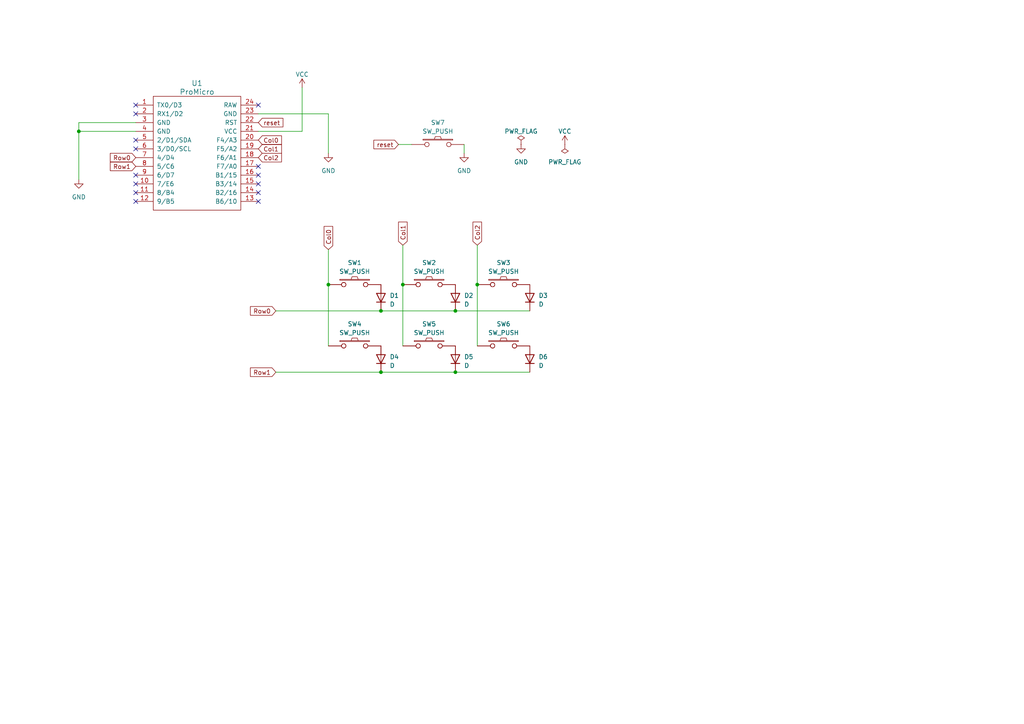
<source format=kicad_sch>
(kicad_sch (version 20230121) (generator eeschema)

  (uuid f18190d7-7d66-4b34-b971-445b06de60d1)

  (paper "A4")

  (lib_symbols
    (symbol "Device:D" (pin_numbers hide) (pin_names (offset 1.016) hide) (in_bom yes) (on_board yes)
      (property "Reference" "D" (at 0 2.54 0)
        (effects (font (size 1.27 1.27)))
      )
      (property "Value" "D" (at 0 -2.54 0)
        (effects (font (size 1.27 1.27)))
      )
      (property "Footprint" "" (at 0 0 0)
        (effects (font (size 1.27 1.27)) hide)
      )
      (property "Datasheet" "~" (at 0 0 0)
        (effects (font (size 1.27 1.27)) hide)
      )
      (property "Sim.Device" "D" (at 0 0 0)
        (effects (font (size 1.27 1.27)) hide)
      )
      (property "Sim.Pins" "1=K 2=A" (at 0 0 0)
        (effects (font (size 1.27 1.27)) hide)
      )
      (property "ki_keywords" "diode" (at 0 0 0)
        (effects (font (size 1.27 1.27)) hide)
      )
      (property "ki_description" "Diode" (at 0 0 0)
        (effects (font (size 1.27 1.27)) hide)
      )
      (property "ki_fp_filters" "TO-???* *_Diode_* *SingleDiode* D_*" (at 0 0 0)
        (effects (font (size 1.27 1.27)) hide)
      )
      (symbol "D_0_1"
        (polyline
          (pts
            (xy -1.27 1.27)
            (xy -1.27 -1.27)
          )
          (stroke (width 0.254) (type default))
          (fill (type none))
        )
        (polyline
          (pts
            (xy 1.27 0)
            (xy -1.27 0)
          )
          (stroke (width 0) (type default))
          (fill (type none))
        )
        (polyline
          (pts
            (xy 1.27 1.27)
            (xy 1.27 -1.27)
            (xy -1.27 0)
            (xy 1.27 1.27)
          )
          (stroke (width 0.254) (type default))
          (fill (type none))
        )
      )
      (symbol "D_1_1"
        (pin passive line (at -3.81 0 0) (length 2.54)
          (name "K" (effects (font (size 1.27 1.27))))
          (number "1" (effects (font (size 1.27 1.27))))
        )
        (pin passive line (at 3.81 0 180) (length 2.54)
          (name "A" (effects (font (size 1.27 1.27))))
          (number "2" (effects (font (size 1.27 1.27))))
        )
      )
    )
    (symbol "kbd:ProMicro" (pin_names (offset 1.016)) (in_bom yes) (on_board yes)
      (property "Reference" "U" (at 0 19.05 0)
        (effects (font (size 1.524 1.524)))
      )
      (property "Value" "ProMicro" (at 0 -19.05 0)
        (effects (font (size 1.524 1.524)))
      )
      (property "Footprint" "" (at 2.54 -26.67 0)
        (effects (font (size 1.524 1.524)))
      )
      (property "Datasheet" "" (at 2.54 -26.67 0)
        (effects (font (size 1.524 1.524)))
      )
      (symbol "ProMicro_0_1"
        (rectangle (start -12.7 16.51) (end 12.7 -16.51)
          (stroke (width 0) (type solid))
          (fill (type none))
        )
      )
      (symbol "ProMicro_1_1"
        (pin bidirectional line (at -17.78 13.97 0) (length 5.08)
          (name "TX0/D3" (effects (font (size 1.27 1.27))))
          (number "1" (effects (font (size 1.27 1.27))))
        )
        (pin bidirectional line (at -17.78 -8.89 0) (length 5.08)
          (name "7/E6" (effects (font (size 1.27 1.27))))
          (number "10" (effects (font (size 1.27 1.27))))
        )
        (pin bidirectional line (at -17.78 -11.43 0) (length 5.08)
          (name "8/B4" (effects (font (size 1.27 1.27))))
          (number "11" (effects (font (size 1.27 1.27))))
        )
        (pin bidirectional line (at -17.78 -13.97 0) (length 5.08)
          (name "9/B5" (effects (font (size 1.27 1.27))))
          (number "12" (effects (font (size 1.27 1.27))))
        )
        (pin bidirectional line (at 17.78 -13.97 180) (length 5.08)
          (name "B6/10" (effects (font (size 1.27 1.27))))
          (number "13" (effects (font (size 1.27 1.27))))
        )
        (pin bidirectional line (at 17.78 -11.43 180) (length 5.08)
          (name "B2/16" (effects (font (size 1.27 1.27))))
          (number "14" (effects (font (size 1.27 1.27))))
        )
        (pin bidirectional line (at 17.78 -8.89 180) (length 5.08)
          (name "B3/14" (effects (font (size 1.27 1.27))))
          (number "15" (effects (font (size 1.27 1.27))))
        )
        (pin bidirectional line (at 17.78 -6.35 180) (length 5.08)
          (name "B1/15" (effects (font (size 1.27 1.27))))
          (number "16" (effects (font (size 1.27 1.27))))
        )
        (pin bidirectional line (at 17.78 -3.81 180) (length 5.08)
          (name "F7/A0" (effects (font (size 1.27 1.27))))
          (number "17" (effects (font (size 1.27 1.27))))
        )
        (pin bidirectional line (at 17.78 -1.27 180) (length 5.08)
          (name "F6/A1" (effects (font (size 1.27 1.27))))
          (number "18" (effects (font (size 1.27 1.27))))
        )
        (pin bidirectional line (at 17.78 1.27 180) (length 5.08)
          (name "F5/A2" (effects (font (size 1.27 1.27))))
          (number "19" (effects (font (size 1.27 1.27))))
        )
        (pin bidirectional line (at -17.78 11.43 0) (length 5.08)
          (name "RX1/D2" (effects (font (size 1.27 1.27))))
          (number "2" (effects (font (size 1.27 1.27))))
        )
        (pin bidirectional line (at 17.78 3.81 180) (length 5.08)
          (name "F4/A3" (effects (font (size 1.27 1.27))))
          (number "20" (effects (font (size 1.27 1.27))))
        )
        (pin power_in line (at 17.78 6.35 180) (length 5.08)
          (name "VCC" (effects (font (size 1.27 1.27))))
          (number "21" (effects (font (size 1.27 1.27))))
        )
        (pin input line (at 17.78 8.89 180) (length 5.08)
          (name "RST" (effects (font (size 1.27 1.27))))
          (number "22" (effects (font (size 1.27 1.27))))
        )
        (pin power_in line (at 17.78 11.43 180) (length 5.08)
          (name "GND" (effects (font (size 1.27 1.27))))
          (number "23" (effects (font (size 1.27 1.27))))
        )
        (pin power_out line (at 17.78 13.97 180) (length 5.08)
          (name "RAW" (effects (font (size 1.27 1.27))))
          (number "24" (effects (font (size 1.27 1.27))))
        )
        (pin power_in line (at -17.78 8.89 0) (length 5.08)
          (name "GND" (effects (font (size 1.27 1.27))))
          (number "3" (effects (font (size 1.27 1.27))))
        )
        (pin power_in line (at -17.78 6.35 0) (length 5.08)
          (name "GND" (effects (font (size 1.27 1.27))))
          (number "4" (effects (font (size 1.27 1.27))))
        )
        (pin bidirectional line (at -17.78 3.81 0) (length 5.08)
          (name "2/D1/SDA" (effects (font (size 1.27 1.27))))
          (number "5" (effects (font (size 1.27 1.27))))
        )
        (pin bidirectional line (at -17.78 1.27 0) (length 5.08)
          (name "3/D0/SCL" (effects (font (size 1.27 1.27))))
          (number "6" (effects (font (size 1.27 1.27))))
        )
        (pin bidirectional line (at -17.78 -1.27 0) (length 5.08)
          (name "4/D4" (effects (font (size 1.27 1.27))))
          (number "7" (effects (font (size 1.27 1.27))))
        )
        (pin bidirectional line (at -17.78 -3.81 0) (length 5.08)
          (name "5/C6" (effects (font (size 1.27 1.27))))
          (number "8" (effects (font (size 1.27 1.27))))
        )
        (pin bidirectional line (at -17.78 -6.35 0) (length 5.08)
          (name "6/D7" (effects (font (size 1.27 1.27))))
          (number "9" (effects (font (size 1.27 1.27))))
        )
      )
    )
    (symbol "kbd:SW_PUSH" (pin_numbers hide) (pin_names (offset 1.016) hide) (in_bom yes) (on_board yes)
      (property "Reference" "SW" (at 3.81 2.794 0)
        (effects (font (size 1.27 1.27)))
      )
      (property "Value" "SW_PUSH" (at 0 -2.032 0)
        (effects (font (size 1.27 1.27)))
      )
      (property "Footprint" "" (at 0 0 0)
        (effects (font (size 1.27 1.27)))
      )
      (property "Datasheet" "" (at 0 0 0)
        (effects (font (size 1.27 1.27)))
      )
      (symbol "SW_PUSH_0_1"
        (rectangle (start -4.318 1.27) (end 4.318 1.524)
          (stroke (width 0) (type solid))
          (fill (type none))
        )
        (polyline
          (pts
            (xy -1.016 1.524)
            (xy -0.762 2.286)
            (xy 0.762 2.286)
            (xy 1.016 1.524)
          )
          (stroke (width 0) (type solid))
          (fill (type none))
        )
        (pin passive inverted (at -7.62 0 0) (length 5.08)
          (name "1" (effects (font (size 1.27 1.27))))
          (number "1" (effects (font (size 1.27 1.27))))
        )
        (pin passive inverted (at 7.62 0 180) (length 5.08)
          (name "2" (effects (font (size 1.27 1.27))))
          (number "2" (effects (font (size 1.27 1.27))))
        )
      )
    )
    (symbol "power:GND" (power) (pin_names (offset 0)) (in_bom yes) (on_board yes)
      (property "Reference" "#PWR" (at 0 -6.35 0)
        (effects (font (size 1.27 1.27)) hide)
      )
      (property "Value" "GND" (at 0 -3.81 0)
        (effects (font (size 1.27 1.27)))
      )
      (property "Footprint" "" (at 0 0 0)
        (effects (font (size 1.27 1.27)) hide)
      )
      (property "Datasheet" "" (at 0 0 0)
        (effects (font (size 1.27 1.27)) hide)
      )
      (property "ki_keywords" "global power" (at 0 0 0)
        (effects (font (size 1.27 1.27)) hide)
      )
      (property "ki_description" "Power symbol creates a global label with name \"GND\" , ground" (at 0 0 0)
        (effects (font (size 1.27 1.27)) hide)
      )
      (symbol "GND_0_1"
        (polyline
          (pts
            (xy 0 0)
            (xy 0 -1.27)
            (xy 1.27 -1.27)
            (xy 0 -2.54)
            (xy -1.27 -1.27)
            (xy 0 -1.27)
          )
          (stroke (width 0) (type default))
          (fill (type none))
        )
      )
      (symbol "GND_1_1"
        (pin power_in line (at 0 0 270) (length 0) hide
          (name "GND" (effects (font (size 1.27 1.27))))
          (number "1" (effects (font (size 1.27 1.27))))
        )
      )
    )
    (symbol "power:PWR_FLAG" (power) (pin_numbers hide) (pin_names (offset 0) hide) (in_bom yes) (on_board yes)
      (property "Reference" "#FLG" (at 0 1.905 0)
        (effects (font (size 1.27 1.27)) hide)
      )
      (property "Value" "PWR_FLAG" (at 0 3.81 0)
        (effects (font (size 1.27 1.27)))
      )
      (property "Footprint" "" (at 0 0 0)
        (effects (font (size 1.27 1.27)) hide)
      )
      (property "Datasheet" "~" (at 0 0 0)
        (effects (font (size 1.27 1.27)) hide)
      )
      (property "ki_keywords" "flag power" (at 0 0 0)
        (effects (font (size 1.27 1.27)) hide)
      )
      (property "ki_description" "Special symbol for telling ERC where power comes from" (at 0 0 0)
        (effects (font (size 1.27 1.27)) hide)
      )
      (symbol "PWR_FLAG_0_0"
        (pin power_out line (at 0 0 90) (length 0)
          (name "pwr" (effects (font (size 1.27 1.27))))
          (number "1" (effects (font (size 1.27 1.27))))
        )
      )
      (symbol "PWR_FLAG_0_1"
        (polyline
          (pts
            (xy 0 0)
            (xy 0 1.27)
            (xy -1.016 1.905)
            (xy 0 2.54)
            (xy 1.016 1.905)
            (xy 0 1.27)
          )
          (stroke (width 0) (type default))
          (fill (type none))
        )
      )
    )
    (symbol "power:VCC" (power) (pin_names (offset 0)) (in_bom yes) (on_board yes)
      (property "Reference" "#PWR" (at 0 -3.81 0)
        (effects (font (size 1.27 1.27)) hide)
      )
      (property "Value" "VCC" (at 0 3.81 0)
        (effects (font (size 1.27 1.27)))
      )
      (property "Footprint" "" (at 0 0 0)
        (effects (font (size 1.27 1.27)) hide)
      )
      (property "Datasheet" "" (at 0 0 0)
        (effects (font (size 1.27 1.27)) hide)
      )
      (property "ki_keywords" "global power" (at 0 0 0)
        (effects (font (size 1.27 1.27)) hide)
      )
      (property "ki_description" "Power symbol creates a global label with name \"VCC\"" (at 0 0 0)
        (effects (font (size 1.27 1.27)) hide)
      )
      (symbol "VCC_0_1"
        (polyline
          (pts
            (xy -0.762 1.27)
            (xy 0 2.54)
          )
          (stroke (width 0) (type default))
          (fill (type none))
        )
        (polyline
          (pts
            (xy 0 0)
            (xy 0 2.54)
          )
          (stroke (width 0) (type default))
          (fill (type none))
        )
        (polyline
          (pts
            (xy 0 2.54)
            (xy 0.762 1.27)
          )
          (stroke (width 0) (type default))
          (fill (type none))
        )
      )
      (symbol "VCC_1_1"
        (pin power_in line (at 0 0 90) (length 0) hide
          (name "VCC" (effects (font (size 1.27 1.27))))
          (number "1" (effects (font (size 1.27 1.27))))
        )
      )
    )
  )

  (junction (at 110.49 107.95) (diameter 0) (color 0 0 0 0)
    (uuid 65378bd6-da00-4314-bf30-1a59f5801d42)
  )
  (junction (at 138.43 82.55) (diameter 0) (color 0 0 0 0)
    (uuid 732b7724-3440-4f8f-b32d-c4f13b16e11b)
  )
  (junction (at 132.08 107.95) (diameter 0) (color 0 0 0 0)
    (uuid 7d36cc5a-ad62-4bd1-9a8b-9307161adcef)
  )
  (junction (at 95.25 82.55) (diameter 0) (color 0 0 0 0)
    (uuid 90522806-623e-4c53-a725-7e862239f7df)
  )
  (junction (at 116.84 82.55) (diameter 0) (color 0 0 0 0)
    (uuid ac0dff1e-5a34-427e-ac39-0d9b8112cd7f)
  )
  (junction (at 132.08 90.17) (diameter 0) (color 0 0 0 0)
    (uuid cc064c24-a046-4869-81e3-8bcb8e008966)
  )
  (junction (at 110.49 90.17) (diameter 0) (color 0 0 0 0)
    (uuid e072e8ea-43c5-4bda-83fd-5d8424fa129a)
  )
  (junction (at 22.86 38.1) (diameter 0) (color 0 0 0 0)
    (uuid f34ab1cd-09ab-47dc-a74f-555d0e51fc50)
  )

  (no_connect (at 74.93 55.88) (uuid 0bae240d-c6f3-44f5-86de-2d9e6e7a2e88))
  (no_connect (at 39.37 50.8) (uuid 0ed184fc-9037-4874-ba7a-7e29a798e24e))
  (no_connect (at 74.93 50.8) (uuid 1308f2d5-345a-4a73-835d-02e94da4c579))
  (no_connect (at 39.37 40.64) (uuid 345c0f75-d885-470f-9f65-0ca808b91a40))
  (no_connect (at 39.37 55.88) (uuid 423d2307-c7d5-4070-80c3-664748c0d63b))
  (no_connect (at 39.37 53.34) (uuid 6d19e7be-f3d1-4842-a933-31424cb2d1f5))
  (no_connect (at 74.93 48.26) (uuid 70f9475f-2b04-4925-98e9-44cc95a73797))
  (no_connect (at 39.37 43.18) (uuid 795d04ef-bc94-43d2-a695-97c49b6eed3c))
  (no_connect (at 39.37 30.48) (uuid 8f52b600-e9cb-47fd-9d44-a933d46a37f9))
  (no_connect (at 74.93 30.48) (uuid 920a1fc8-5890-455d-a3f8-8542ac0d899e))
  (no_connect (at 74.93 53.34) (uuid dadfc424-5915-4eb8-acc5-384e4fc30bc0))
  (no_connect (at 39.37 58.42) (uuid de06adb5-7bed-4938-8ba6-6543a81d06de))
  (no_connect (at 74.93 58.42) (uuid e99ee137-6be6-4922-8ee5-1653c23a4ed1))
  (no_connect (at 39.37 33.02) (uuid ff7edc5a-9f03-48c1-aab5-94053217be7b))

  (wire (pts (xy 115.57 41.91) (xy 119.38 41.91))
    (stroke (width 0) (type default))
    (uuid 10ef7e7e-ada7-40c0-82ca-aa99fd53fb89)
  )
  (wire (pts (xy 80.01 90.17) (xy 110.49 90.17))
    (stroke (width 0) (type default))
    (uuid 11dc2214-d831-4273-ad2e-5e9f398d8541)
  )
  (wire (pts (xy 80.01 107.95) (xy 110.49 107.95))
    (stroke (width 0) (type default))
    (uuid 1819cc7c-23a7-4343-9117-59c4d75f3434)
  )
  (wire (pts (xy 74.93 33.02) (xy 95.25 33.02))
    (stroke (width 0) (type default))
    (uuid 1c9080a8-cbc9-4dc9-92b7-17574f28d09a)
  )
  (wire (pts (xy 87.63 25.4) (xy 87.63 38.1))
    (stroke (width 0) (type default))
    (uuid 23dbca7d-3845-4b6b-a0de-6a63f7d5c8d8)
  )
  (wire (pts (xy 95.25 82.55) (xy 95.25 100.33))
    (stroke (width 0) (type default))
    (uuid 35a3c0cb-16fc-4e1b-8993-ee8fab1dc65d)
  )
  (wire (pts (xy 110.49 107.95) (xy 132.08 107.95))
    (stroke (width 0) (type default))
    (uuid 439ccd04-fd9e-4db2-a6c8-267564773570)
  )
  (wire (pts (xy 132.08 90.17) (xy 153.67 90.17))
    (stroke (width 0) (type default))
    (uuid 5072bbb8-7d0d-426d-95c7-e2f08037ba7a)
  )
  (wire (pts (xy 138.43 71.12) (xy 138.43 82.55))
    (stroke (width 0) (type default))
    (uuid 52903227-9fba-46d7-ba8f-7e46419c411f)
  )
  (wire (pts (xy 134.62 41.91) (xy 134.62 44.45))
    (stroke (width 0) (type default))
    (uuid 567531cb-2aee-4c9d-8221-75fef13ac6b8)
  )
  (wire (pts (xy 74.93 38.1) (xy 87.63 38.1))
    (stroke (width 0) (type default))
    (uuid 64ba9d6c-161b-47c0-aebe-6afa276f7f7a)
  )
  (wire (pts (xy 110.49 90.17) (xy 132.08 90.17))
    (stroke (width 0) (type default))
    (uuid 74be19a2-0dd8-46f1-9c05-717ab3af67db)
  )
  (wire (pts (xy 116.84 82.55) (xy 116.84 100.33))
    (stroke (width 0) (type default))
    (uuid 7a53bf2f-2136-4f7a-a6b0-269dcdc39eb2)
  )
  (wire (pts (xy 138.43 82.55) (xy 138.43 100.33))
    (stroke (width 0) (type default))
    (uuid 8a331721-955e-4f84-80ad-c0bebb3da24f)
  )
  (wire (pts (xy 39.37 35.56) (xy 22.86 35.56))
    (stroke (width 0) (type default))
    (uuid 99666848-9ddd-4083-b907-53456523b113)
  )
  (wire (pts (xy 22.86 38.1) (xy 39.37 38.1))
    (stroke (width 0) (type default))
    (uuid 9c2acb66-259d-4baf-8dc0-22ed892d1dae)
  )
  (wire (pts (xy 22.86 38.1) (xy 22.86 52.07))
    (stroke (width 0) (type default))
    (uuid aa2e3f93-74f7-4560-8cde-976979cc4a7c)
  )
  (wire (pts (xy 116.84 71.12) (xy 116.84 82.55))
    (stroke (width 0) (type default))
    (uuid aad31bed-02c8-4b9f-bb50-9d3d46982714)
  )
  (wire (pts (xy 95.25 33.02) (xy 95.25 44.45))
    (stroke (width 0) (type default))
    (uuid ad0a9ab9-41cc-4898-906d-e95fd94a9616)
  )
  (wire (pts (xy 132.08 107.95) (xy 153.67 107.95))
    (stroke (width 0) (type default))
    (uuid dcc652f2-10ba-4361-9035-b6dadc4e1d03)
  )
  (wire (pts (xy 22.86 35.56) (xy 22.86 38.1))
    (stroke (width 0) (type default))
    (uuid dfa57a97-1926-4edd-ace8-a33a70ff30f3)
  )
  (wire (pts (xy 95.25 72.39) (xy 95.25 82.55))
    (stroke (width 0) (type default))
    (uuid f4df25ce-00dd-4df5-8c5b-1e103a76d1ed)
  )

  (global_label "Col1" (shape input) (at 116.84 71.12 90) (fields_autoplaced)
    (effects (font (size 1.27 1.27)) (justify left))
    (uuid 04eeeda2-ad4c-4947-a7ad-6005dec70860)
    (property "Intersheetrefs" "${INTERSHEET_REFS}" (at 116.84 63.9205 90)
      (effects (font (size 1.27 1.27)) (justify left) hide)
    )
  )
  (global_label "Col2" (shape input) (at 138.43 71.12 90) (fields_autoplaced)
    (effects (font (size 1.27 1.27)) (justify left))
    (uuid 23058efe-b9b2-4148-bba1-c898db952d25)
    (property "Intersheetrefs" "${INTERSHEET_REFS}" (at 138.43 63.9205 90)
      (effects (font (size 1.27 1.27)) (justify left) hide)
    )
  )
  (global_label "Col2" (shape input) (at 74.93 45.72 0) (fields_autoplaced)
    (effects (font (size 1.27 1.27)) (justify left))
    (uuid 2dd87811-6339-4f53-8ecf-f2331383f853)
    (property "Intersheetrefs" "${INTERSHEET_REFS}" (at 82.1295 45.72 0)
      (effects (font (size 1.27 1.27)) (justify left) hide)
    )
  )
  (global_label "Col1" (shape input) (at 74.93 43.18 0) (fields_autoplaced)
    (effects (font (size 1.27 1.27)) (justify left))
    (uuid 3e12217a-1a26-47f7-86e3-859e06e47afb)
    (property "Intersheetrefs" "${INTERSHEET_REFS}" (at 82.1295 43.18 0)
      (effects (font (size 1.27 1.27)) (justify left) hide)
    )
  )
  (global_label "Row0" (shape input) (at 39.37 45.72 180) (fields_autoplaced)
    (effects (font (size 1.27 1.27)) (justify right))
    (uuid 53f63642-3200-47af-b3fe-56ec0bb49f46)
    (property "Intersheetrefs" "${INTERSHEET_REFS}" (at 31.5052 45.72 0)
      (effects (font (size 1.27 1.27)) (justify right) hide)
    )
  )
  (global_label "Row1" (shape input) (at 80.01 107.95 180) (fields_autoplaced)
    (effects (font (size 1.27 1.27)) (justify right))
    (uuid 546d888d-49fa-40a9-82ab-4922040a743b)
    (property "Intersheetrefs" "${INTERSHEET_REFS}" (at 72.1452 107.95 0)
      (effects (font (size 1.27 1.27)) (justify right) hide)
    )
  )
  (global_label "Row0" (shape input) (at 80.01 90.17 180) (fields_autoplaced)
    (effects (font (size 1.27 1.27)) (justify right))
    (uuid 570be662-a6a4-4a65-ba69-af0d4579e866)
    (property "Intersheetrefs" "${INTERSHEET_REFS}" (at 72.1452 90.17 0)
      (effects (font (size 1.27 1.27)) (justify right) hide)
    )
  )
  (global_label "Col0" (shape input) (at 95.25 72.39 90) (fields_autoplaced)
    (effects (font (size 1.27 1.27)) (justify left))
    (uuid 8438445d-fb37-4bfe-9c4e-b1a09f11c0c5)
    (property "Intersheetrefs" "${INTERSHEET_REFS}" (at 95.25 65.1905 90)
      (effects (font (size 1.27 1.27)) (justify left) hide)
    )
  )
  (global_label "Col0" (shape input) (at 74.93 40.64 0) (fields_autoplaced)
    (effects (font (size 1.27 1.27)) (justify left))
    (uuid 850b1cc6-b927-4715-84e4-e2c07cbe33d9)
    (property "Intersheetrefs" "${INTERSHEET_REFS}" (at 82.1295 40.64 0)
      (effects (font (size 1.27 1.27)) (justify left) hide)
    )
  )
  (global_label "reset" (shape input) (at 74.93 35.56 0) (fields_autoplaced)
    (effects (font (size 1.27 1.27)) (justify left))
    (uuid bfdc7da2-c228-4e08-bb61-75ee5144bd45)
    (property "Intersheetrefs" "${INTERSHEET_REFS}" (at 82.553 35.56 0)
      (effects (font (size 1.27 1.27)) (justify left) hide)
    )
  )
  (global_label "Row1" (shape input) (at 39.37 48.26 180) (fields_autoplaced)
    (effects (font (size 1.27 1.27)) (justify right))
    (uuid c893fba8-b814-4c65-894d-6af009a6c1ad)
    (property "Intersheetrefs" "${INTERSHEET_REFS}" (at 31.5052 48.26 0)
      (effects (font (size 1.27 1.27)) (justify right) hide)
    )
  )
  (global_label "reset" (shape input) (at 115.57 41.91 180) (fields_autoplaced)
    (effects (font (size 1.27 1.27)) (justify right))
    (uuid fe194d6f-f646-4571-b978-496884e51622)
    (property "Intersheetrefs" "${INTERSHEET_REFS}" (at 107.947 41.91 0)
      (effects (font (size 1.27 1.27)) (justify right) hide)
    )
  )

  (symbol (lib_id "Device:D") (at 110.49 86.36 90) (unit 1)
    (in_bom yes) (on_board yes) (dnp no) (fields_autoplaced)
    (uuid 0044438d-4b19-468a-8fbe-16508ab567ae)
    (property "Reference" "D1" (at 113.03 85.725 90)
      (effects (font (size 1.27 1.27)) (justify right))
    )
    (property "Value" "D" (at 113.03 88.265 90)
      (effects (font (size 1.27 1.27)) (justify right))
    )
    (property "Footprint" "kbd_Parts:Diode_TH_SMD" (at 110.49 86.36 0)
      (effects (font (size 1.27 1.27)) hide)
    )
    (property "Datasheet" "~" (at 110.49 86.36 0)
      (effects (font (size 1.27 1.27)) hide)
    )
    (property "Sim.Device" "D" (at 110.49 86.36 0)
      (effects (font (size 1.27 1.27)) hide)
    )
    (property "Sim.Pins" "1=K 2=A" (at 110.49 86.36 0)
      (effects (font (size 1.27 1.27)) hide)
    )
    (pin "1" (uuid c5ff8257-adfd-4614-80d4-0d23edba1e19))
    (pin "2" (uuid 4ffd2b8e-f2ec-46c5-aeff-2042a6515151))
    (instances
      (project "iso6"
        (path "/f18190d7-7d66-4b34-b971-445b06de60d1"
          (reference "D1") (unit 1)
        )
      )
    )
  )

  (symbol (lib_id "kbd:SW_PUSH") (at 124.46 82.55 0) (unit 1)
    (in_bom yes) (on_board yes) (dnp no) (fields_autoplaced)
    (uuid 1f83fe94-975f-44a8-ba41-144c0770ded9)
    (property "Reference" "SW2" (at 124.46 76.2 0)
      (effects (font (size 1.27 1.27)))
    )
    (property "Value" "SW_PUSH" (at 124.46 78.74 0)
      (effects (font (size 1.27 1.27)))
    )
    (property "Footprint" "kbd_SW:CherryMX_Solder_1u" (at 124.46 82.55 0)
      (effects (font (size 1.27 1.27)) hide)
    )
    (property "Datasheet" "" (at 124.46 82.55 0)
      (effects (font (size 1.27 1.27)))
    )
    (pin "1" (uuid 489c500a-d305-48db-bfd0-30c2f05f4cbf))
    (pin "2" (uuid 6fe9ba5b-83df-4ede-adc1-238c7ba65d58))
    (instances
      (project "iso6"
        (path "/f18190d7-7d66-4b34-b971-445b06de60d1"
          (reference "SW2") (unit 1)
        )
      )
    )
  )

  (symbol (lib_id "power:VCC") (at 87.63 25.4 0) (unit 1)
    (in_bom yes) (on_board yes) (dnp no) (fields_autoplaced)
    (uuid 24b111c5-50d8-49ea-be9c-fa6d8f0a72cc)
    (property "Reference" "#PWR03" (at 87.63 29.21 0)
      (effects (font (size 1.27 1.27)) hide)
    )
    (property "Value" "VCC" (at 87.63 21.59 0)
      (effects (font (size 1.27 1.27)))
    )
    (property "Footprint" "" (at 87.63 25.4 0)
      (effects (font (size 1.27 1.27)) hide)
    )
    (property "Datasheet" "" (at 87.63 25.4 0)
      (effects (font (size 1.27 1.27)) hide)
    )
    (pin "1" (uuid a6a7b045-43aa-44b1-a748-d7b5829e9164))
    (instances
      (project "iso6"
        (path "/f18190d7-7d66-4b34-b971-445b06de60d1"
          (reference "#PWR03") (unit 1)
        )
      )
    )
  )

  (symbol (lib_id "power:GND") (at 95.25 44.45 0) (unit 1)
    (in_bom yes) (on_board yes) (dnp no) (fields_autoplaced)
    (uuid 25085569-2939-4db9-8809-0f265d489a2b)
    (property "Reference" "#PWR02" (at 95.25 50.8 0)
      (effects (font (size 1.27 1.27)) hide)
    )
    (property "Value" "GND" (at 95.25 49.53 0)
      (effects (font (size 1.27 1.27)))
    )
    (property "Footprint" "" (at 95.25 44.45 0)
      (effects (font (size 1.27 1.27)) hide)
    )
    (property "Datasheet" "" (at 95.25 44.45 0)
      (effects (font (size 1.27 1.27)) hide)
    )
    (pin "1" (uuid 2229565b-f4d9-4290-93fa-2dfe864861f0))
    (instances
      (project "iso6"
        (path "/f18190d7-7d66-4b34-b971-445b06de60d1"
          (reference "#PWR02") (unit 1)
        )
      )
    )
  )

  (symbol (lib_id "kbd:SW_PUSH") (at 102.87 82.55 0) (unit 1)
    (in_bom yes) (on_board yes) (dnp no) (fields_autoplaced)
    (uuid 4018ecc6-7b76-41f0-bb19-3776ba5d56e6)
    (property "Reference" "SW1" (at 102.87 76.2 0)
      (effects (font (size 1.27 1.27)))
    )
    (property "Value" "SW_PUSH" (at 102.87 78.74 0)
      (effects (font (size 1.27 1.27)))
    )
    (property "Footprint" "kbd_SW:CherryMX_Solder_1u" (at 102.87 82.55 0)
      (effects (font (size 1.27 1.27)) hide)
    )
    (property "Datasheet" "" (at 102.87 82.55 0)
      (effects (font (size 1.27 1.27)))
    )
    (pin "1" (uuid de537355-7340-433b-9511-6c7933fbfb33))
    (pin "2" (uuid 7bf8c241-0f23-4ac2-85de-8815a58962bc))
    (instances
      (project "iso6"
        (path "/f18190d7-7d66-4b34-b971-445b06de60d1"
          (reference "SW1") (unit 1)
        )
      )
    )
  )

  (symbol (lib_id "Device:D") (at 132.08 86.36 90) (unit 1)
    (in_bom yes) (on_board yes) (dnp no) (fields_autoplaced)
    (uuid 583bf562-8c27-4a79-a765-ea20266d52e4)
    (property "Reference" "D2" (at 134.62 85.725 90)
      (effects (font (size 1.27 1.27)) (justify right))
    )
    (property "Value" "D" (at 134.62 88.265 90)
      (effects (font (size 1.27 1.27)) (justify right))
    )
    (property "Footprint" "kbd_Parts:Diode_TH_SMD" (at 132.08 86.36 0)
      (effects (font (size 1.27 1.27)) hide)
    )
    (property "Datasheet" "~" (at 132.08 86.36 0)
      (effects (font (size 1.27 1.27)) hide)
    )
    (property "Sim.Device" "D" (at 132.08 86.36 0)
      (effects (font (size 1.27 1.27)) hide)
    )
    (property "Sim.Pins" "1=K 2=A" (at 132.08 86.36 0)
      (effects (font (size 1.27 1.27)) hide)
    )
    (pin "1" (uuid c4391e0d-8b38-4484-8b3c-aaf3f9c6f1a9))
    (pin "2" (uuid 0f76fa4d-c3f6-429b-a068-161f1aa84fd0))
    (instances
      (project "iso6"
        (path "/f18190d7-7d66-4b34-b971-445b06de60d1"
          (reference "D2") (unit 1)
        )
      )
    )
  )

  (symbol (lib_id "power:GND") (at 22.86 52.07 0) (unit 1)
    (in_bom yes) (on_board yes) (dnp no) (fields_autoplaced)
    (uuid 62eda728-adfe-4585-bbdd-7bbc11e6e702)
    (property "Reference" "#PWR01" (at 22.86 58.42 0)
      (effects (font (size 1.27 1.27)) hide)
    )
    (property "Value" "GND" (at 22.86 57.15 0)
      (effects (font (size 1.27 1.27)))
    )
    (property "Footprint" "" (at 22.86 52.07 0)
      (effects (font (size 1.27 1.27)) hide)
    )
    (property "Datasheet" "" (at 22.86 52.07 0)
      (effects (font (size 1.27 1.27)) hide)
    )
    (pin "1" (uuid 159bc86f-d9a9-42b4-be33-18c1989ac8fd))
    (instances
      (project "iso6"
        (path "/f18190d7-7d66-4b34-b971-445b06de60d1"
          (reference "#PWR01") (unit 1)
        )
      )
    )
  )

  (symbol (lib_id "power:PWR_FLAG") (at 151.13 41.91 0) (unit 1)
    (in_bom yes) (on_board yes) (dnp no) (fields_autoplaced)
    (uuid 64cf4e88-53ec-46fa-bde0-d43e6984f5e0)
    (property "Reference" "#FLG01" (at 151.13 40.005 0)
      (effects (font (size 1.27 1.27)) hide)
    )
    (property "Value" "PWR_FLAG" (at 151.13 38.1 0)
      (effects (font (size 1.27 1.27)))
    )
    (property "Footprint" "" (at 151.13 41.91 0)
      (effects (font (size 1.27 1.27)) hide)
    )
    (property "Datasheet" "~" (at 151.13 41.91 0)
      (effects (font (size 1.27 1.27)) hide)
    )
    (pin "1" (uuid d1291cd9-6488-4fb6-842c-93de4522fd13))
    (instances
      (project "iso6"
        (path "/f18190d7-7d66-4b34-b971-445b06de60d1"
          (reference "#FLG01") (unit 1)
        )
      )
    )
  )

  (symbol (lib_id "Device:D") (at 132.08 104.14 90) (unit 1)
    (in_bom yes) (on_board yes) (dnp no) (fields_autoplaced)
    (uuid 8925c0cc-3a2a-45ec-9427-146f17c5257f)
    (property "Reference" "D5" (at 134.62 103.505 90)
      (effects (font (size 1.27 1.27)) (justify right))
    )
    (property "Value" "D" (at 134.62 106.045 90)
      (effects (font (size 1.27 1.27)) (justify right))
    )
    (property "Footprint" "kbd_Parts:Diode_TH_SMD" (at 132.08 104.14 0)
      (effects (font (size 1.27 1.27)) hide)
    )
    (property "Datasheet" "~" (at 132.08 104.14 0)
      (effects (font (size 1.27 1.27)) hide)
    )
    (property "Sim.Device" "D" (at 132.08 104.14 0)
      (effects (font (size 1.27 1.27)) hide)
    )
    (property "Sim.Pins" "1=K 2=A" (at 132.08 104.14 0)
      (effects (font (size 1.27 1.27)) hide)
    )
    (pin "1" (uuid 74473bfb-a43b-403c-bef8-58349123cfc9))
    (pin "2" (uuid 93659b7f-b343-41b6-bbe1-4d83915e36b3))
    (instances
      (project "iso6"
        (path "/f18190d7-7d66-4b34-b971-445b06de60d1"
          (reference "D5") (unit 1)
        )
      )
    )
  )

  (symbol (lib_id "kbd:SW_PUSH") (at 127 41.91 0) (unit 1)
    (in_bom yes) (on_board yes) (dnp no) (fields_autoplaced)
    (uuid 8f1f3161-40d3-4641-8d3a-7b530ef17a25)
    (property "Reference" "SW7" (at 127 35.56 0)
      (effects (font (size 1.27 1.27)))
    )
    (property "Value" "SW_PUSH" (at 127 38.1 0)
      (effects (font (size 1.27 1.27)))
    )
    (property "Footprint" "kbd_Parts:ResetSW" (at 127 41.91 0)
      (effects (font (size 1.27 1.27)) hide)
    )
    (property "Datasheet" "" (at 127 41.91 0)
      (effects (font (size 1.27 1.27)))
    )
    (pin "1" (uuid a9870130-2b2c-443e-aab3-df1d982a7eb4))
    (pin "2" (uuid c85f82a9-cf5a-42ef-9845-772b25044b66))
    (instances
      (project "iso6"
        (path "/f18190d7-7d66-4b34-b971-445b06de60d1"
          (reference "SW7") (unit 1)
        )
      )
    )
  )

  (symbol (lib_id "power:GND") (at 151.13 41.91 0) (unit 1)
    (in_bom yes) (on_board yes) (dnp no) (fields_autoplaced)
    (uuid 9852da0a-76d0-478c-a3a4-4f5b679529b3)
    (property "Reference" "#PWR05" (at 151.13 48.26 0)
      (effects (font (size 1.27 1.27)) hide)
    )
    (property "Value" "GND" (at 151.13 46.99 0)
      (effects (font (size 1.27 1.27)))
    )
    (property "Footprint" "" (at 151.13 41.91 0)
      (effects (font (size 1.27 1.27)) hide)
    )
    (property "Datasheet" "" (at 151.13 41.91 0)
      (effects (font (size 1.27 1.27)) hide)
    )
    (pin "1" (uuid 6683ea90-3f3b-4952-8d1e-c7193cc7417c))
    (instances
      (project "iso6"
        (path "/f18190d7-7d66-4b34-b971-445b06de60d1"
          (reference "#PWR05") (unit 1)
        )
      )
    )
  )

  (symbol (lib_id "power:PWR_FLAG") (at 163.83 41.91 180) (unit 1)
    (in_bom yes) (on_board yes) (dnp no) (fields_autoplaced)
    (uuid 9be99818-6b83-44b6-95b4-3f1f42508974)
    (property "Reference" "#FLG02" (at 163.83 43.815 0)
      (effects (font (size 1.27 1.27)) hide)
    )
    (property "Value" "PWR_FLAG" (at 163.83 46.99 0)
      (effects (font (size 1.27 1.27)))
    )
    (property "Footprint" "" (at 163.83 41.91 0)
      (effects (font (size 1.27 1.27)) hide)
    )
    (property "Datasheet" "~" (at 163.83 41.91 0)
      (effects (font (size 1.27 1.27)) hide)
    )
    (pin "1" (uuid c6744853-b11b-48db-be6c-a7b81cfdcf08))
    (instances
      (project "iso6"
        (path "/f18190d7-7d66-4b34-b971-445b06de60d1"
          (reference "#FLG02") (unit 1)
        )
      )
    )
  )

  (symbol (lib_id "kbd:SW_PUSH") (at 102.87 100.33 0) (unit 1)
    (in_bom yes) (on_board yes) (dnp no) (fields_autoplaced)
    (uuid a9819a2e-3043-4683-b759-044a1f0114b3)
    (property "Reference" "SW4" (at 102.87 93.98 0)
      (effects (font (size 1.27 1.27)))
    )
    (property "Value" "SW_PUSH" (at 102.87 96.52 0)
      (effects (font (size 1.27 1.27)))
    )
    (property "Footprint" "kbd_SW:CherryMX_Solder_1.5u" (at 102.87 100.33 0)
      (effects (font (size 1.27 1.27)) hide)
    )
    (property "Datasheet" "" (at 102.87 100.33 0)
      (effects (font (size 1.27 1.27)))
    )
    (pin "1" (uuid afd4f02a-d051-4fcf-b481-d116eb63fa21))
    (pin "2" (uuid 84ed85f3-7358-4fa1-96f8-a33d608c7e91))
    (instances
      (project "iso6"
        (path "/f18190d7-7d66-4b34-b971-445b06de60d1"
          (reference "SW4") (unit 1)
        )
      )
    )
  )

  (symbol (lib_id "kbd:SW_PUSH") (at 146.05 100.33 0) (unit 1)
    (in_bom yes) (on_board yes) (dnp no) (fields_autoplaced)
    (uuid acd2ec53-211a-42d6-a2c6-30d8108e8905)
    (property "Reference" "SW6" (at 146.05 93.98 0)
      (effects (font (size 1.27 1.27)))
    )
    (property "Value" "SW_PUSH" (at 146.05 96.52 0)
      (effects (font (size 1.27 1.27)))
    )
    (property "Footprint" "Button_Switch_Keyboard:SW_Cherry_MX_ISOEnter_PCB" (at 146.05 100.33 0)
      (effects (font (size 1.27 1.27)) hide)
    )
    (property "Datasheet" "" (at 146.05 100.33 0)
      (effects (font (size 1.27 1.27)))
    )
    (pin "1" (uuid acfbff64-6532-447c-9193-212ac65284eb))
    (pin "2" (uuid ef61a5c4-a9ef-466e-a99a-ebb8c6fe80ec))
    (instances
      (project "iso6"
        (path "/f18190d7-7d66-4b34-b971-445b06de60d1"
          (reference "SW6") (unit 1)
        )
      )
    )
  )

  (symbol (lib_id "Device:D") (at 153.67 86.36 90) (unit 1)
    (in_bom yes) (on_board yes) (dnp no) (fields_autoplaced)
    (uuid b71a0b95-4394-4a81-8ab4-35795d6204bc)
    (property "Reference" "D3" (at 156.21 85.725 90)
      (effects (font (size 1.27 1.27)) (justify right))
    )
    (property "Value" "D" (at 156.21 88.265 90)
      (effects (font (size 1.27 1.27)) (justify right))
    )
    (property "Footprint" "kbd_Parts:Diode_TH_SMD" (at 153.67 86.36 0)
      (effects (font (size 1.27 1.27)) hide)
    )
    (property "Datasheet" "~" (at 153.67 86.36 0)
      (effects (font (size 1.27 1.27)) hide)
    )
    (property "Sim.Device" "D" (at 153.67 86.36 0)
      (effects (font (size 1.27 1.27)) hide)
    )
    (property "Sim.Pins" "1=K 2=A" (at 153.67 86.36 0)
      (effects (font (size 1.27 1.27)) hide)
    )
    (pin "1" (uuid 70e7d0b7-52ae-4b98-9d01-b2512c0ffdf3))
    (pin "2" (uuid 0ae434d9-9836-4fc0-9c27-05d5afc0694e))
    (instances
      (project "iso6"
        (path "/f18190d7-7d66-4b34-b971-445b06de60d1"
          (reference "D3") (unit 1)
        )
      )
    )
  )

  (symbol (lib_id "kbd:ProMicro") (at 57.15 44.45 0) (unit 1)
    (in_bom yes) (on_board yes) (dnp no) (fields_autoplaced)
    (uuid c1352a2c-1b07-4327-a9ee-9cb30d445146)
    (property "Reference" "U1" (at 57.15 24.13 0)
      (effects (font (size 1.524 1.524)))
    )
    (property "Value" "ProMicro" (at 57.15 26.67 0)
      (effects (font (size 1.524 1.524)))
    )
    (property "Footprint" "kbd:ProMicro_v2_1side" (at 59.69 71.12 0)
      (effects (font (size 1.524 1.524)) hide)
    )
    (property "Datasheet" "" (at 59.69 71.12 0)
      (effects (font (size 1.524 1.524)))
    )
    (pin "1" (uuid ebf6883a-f6b6-4c5b-88e8-6b07b8e0181d))
    (pin "10" (uuid 548ca28b-0669-45f0-8812-1492d94761e9))
    (pin "11" (uuid 0f0488a8-6c31-42ba-ac97-d9b8761bd156))
    (pin "12" (uuid 8d4c89d9-3732-4859-80a3-13fb94027ead))
    (pin "13" (uuid e34f1199-318e-41e4-aaa9-eaedd23d895b))
    (pin "14" (uuid 6a12562e-ea2a-4e19-b137-f1e59b5d02a1))
    (pin "15" (uuid 372f7822-e174-430b-bfbf-e989134d27d9))
    (pin "16" (uuid e8bd14fa-4a9d-49fe-9f50-f536fbd83915))
    (pin "17" (uuid 9ded03cd-376c-4976-9134-7845196625f9))
    (pin "18" (uuid ced8a81b-9312-4bb2-87c4-2d7dcc43acf9))
    (pin "19" (uuid efc617b3-523d-4b8d-9fef-507641fc1e1f))
    (pin "2" (uuid 3d9781e2-de05-4e21-8450-532cd0aea394))
    (pin "20" (uuid 60e0d34c-e456-4129-8bf6-48f191ee9373))
    (pin "21" (uuid 0146e7a8-8b75-4c2e-a410-e9821c5c796d))
    (pin "22" (uuid 34cf767c-41bc-42ac-aa13-f727cdfa1f14))
    (pin "23" (uuid 9d35b075-55b0-4387-a15b-3d3d4424ec70))
    (pin "24" (uuid 17e8023e-59c2-4479-9802-7e4cb4740ea4))
    (pin "3" (uuid 7ef841f7-be53-427f-af37-c65ad2c25a6f))
    (pin "4" (uuid 0ff1c4ca-cc34-4153-9acd-dae2ff32c1f2))
    (pin "5" (uuid e683feee-47d7-430a-877f-cb4a3c741ed2))
    (pin "6" (uuid 3167df99-26af-4881-b08b-b493eb2b8796))
    (pin "7" (uuid 39f2722e-fb71-4f60-a05b-71324d299394))
    (pin "8" (uuid 5460c292-5642-4b5e-a490-1bf9e5f692e2))
    (pin "9" (uuid 39bc9cbd-b07f-4b99-a69c-aeddd9ffd351))
    (instances
      (project "iso6"
        (path "/f18190d7-7d66-4b34-b971-445b06de60d1"
          (reference "U1") (unit 1)
        )
      )
    )
  )

  (symbol (lib_id "kbd:SW_PUSH") (at 146.05 82.55 0) (unit 1)
    (in_bom yes) (on_board yes) (dnp no) (fields_autoplaced)
    (uuid d17b7ba7-e238-421a-83d3-d99a5829ae42)
    (property "Reference" "SW3" (at 146.05 76.2 0)
      (effects (font (size 1.27 1.27)))
    )
    (property "Value" "SW_PUSH" (at 146.05 78.74 0)
      (effects (font (size 1.27 1.27)))
    )
    (property "Footprint" "kbd_SW:CherryMX_Solder_1u" (at 146.05 82.55 0)
      (effects (font (size 1.27 1.27)) hide)
    )
    (property "Datasheet" "" (at 146.05 82.55 0)
      (effects (font (size 1.27 1.27)))
    )
    (pin "1" (uuid e4e31ae2-9f2d-4f58-b6c8-7ebd86262c4f))
    (pin "2" (uuid 1165eb3e-b233-47a8-8e77-1cb752a388f4))
    (instances
      (project "iso6"
        (path "/f18190d7-7d66-4b34-b971-445b06de60d1"
          (reference "SW3") (unit 1)
        )
      )
    )
  )

  (symbol (lib_id "Device:D") (at 153.67 104.14 90) (unit 1)
    (in_bom yes) (on_board yes) (dnp no) (fields_autoplaced)
    (uuid e0a41ab1-6ad1-4489-b802-4dc8746cd2a4)
    (property "Reference" "D6" (at 156.21 103.505 90)
      (effects (font (size 1.27 1.27)) (justify right))
    )
    (property "Value" "D" (at 156.21 106.045 90)
      (effects (font (size 1.27 1.27)) (justify right))
    )
    (property "Footprint" "kbd_Parts:Diode_TH_SMD" (at 153.67 104.14 0)
      (effects (font (size 1.27 1.27)) hide)
    )
    (property "Datasheet" "~" (at 153.67 104.14 0)
      (effects (font (size 1.27 1.27)) hide)
    )
    (property "Sim.Device" "D" (at 153.67 104.14 0)
      (effects (font (size 1.27 1.27)) hide)
    )
    (property "Sim.Pins" "1=K 2=A" (at 153.67 104.14 0)
      (effects (font (size 1.27 1.27)) hide)
    )
    (pin "1" (uuid 99ec2389-3584-434d-a034-f83b8df670d6))
    (pin "2" (uuid dacdea4e-b2f1-40e3-9759-1553c1a298dc))
    (instances
      (project "iso6"
        (path "/f18190d7-7d66-4b34-b971-445b06de60d1"
          (reference "D6") (unit 1)
        )
      )
    )
  )

  (symbol (lib_id "power:GND") (at 134.62 44.45 0) (unit 1)
    (in_bom yes) (on_board yes) (dnp no) (fields_autoplaced)
    (uuid e77ed779-ed7c-4d69-abac-9c0b1093fcdf)
    (property "Reference" "#PWR04" (at 134.62 50.8 0)
      (effects (font (size 1.27 1.27)) hide)
    )
    (property "Value" "GND" (at 134.62 49.53 0)
      (effects (font (size 1.27 1.27)))
    )
    (property "Footprint" "" (at 134.62 44.45 0)
      (effects (font (size 1.27 1.27)) hide)
    )
    (property "Datasheet" "" (at 134.62 44.45 0)
      (effects (font (size 1.27 1.27)) hide)
    )
    (pin "1" (uuid f035425a-11bf-4c68-a3f6-aee93ec59636))
    (instances
      (project "iso6"
        (path "/f18190d7-7d66-4b34-b971-445b06de60d1"
          (reference "#PWR04") (unit 1)
        )
      )
    )
  )

  (symbol (lib_id "Device:D") (at 110.49 104.14 90) (unit 1)
    (in_bom yes) (on_board yes) (dnp no) (fields_autoplaced)
    (uuid e793cde0-a11f-4b4b-807a-bd68fd8fe5f9)
    (property "Reference" "D4" (at 113.03 103.505 90)
      (effects (font (size 1.27 1.27)) (justify right))
    )
    (property "Value" "D" (at 113.03 106.045 90)
      (effects (font (size 1.27 1.27)) (justify right))
    )
    (property "Footprint" "kbd_Parts:Diode_TH_SMD" (at 110.49 104.14 0)
      (effects (font (size 1.27 1.27)) hide)
    )
    (property "Datasheet" "~" (at 110.49 104.14 0)
      (effects (font (size 1.27 1.27)) hide)
    )
    (property "Sim.Device" "D" (at 110.49 104.14 0)
      (effects (font (size 1.27 1.27)) hide)
    )
    (property "Sim.Pins" "1=K 2=A" (at 110.49 104.14 0)
      (effects (font (size 1.27 1.27)) hide)
    )
    (pin "1" (uuid 62ef6cfd-fbfa-4ac1-a0e6-b4022d07c111))
    (pin "2" (uuid dc1dd6a4-2f74-47f1-8cc8-6160e37e958d))
    (instances
      (project "iso6"
        (path "/f18190d7-7d66-4b34-b971-445b06de60d1"
          (reference "D4") (unit 1)
        )
      )
    )
  )

  (symbol (lib_id "kbd:SW_PUSH") (at 124.46 100.33 0) (unit 1)
    (in_bom yes) (on_board yes) (dnp no) (fields_autoplaced)
    (uuid ed33a56e-1753-4b3d-ab9e-4f1a5b634d89)
    (property "Reference" "SW5" (at 124.46 93.98 0)
      (effects (font (size 1.27 1.27)))
    )
    (property "Value" "SW_PUSH" (at 124.46 96.52 0)
      (effects (font (size 1.27 1.27)))
    )
    (property "Footprint" "kbd_SW:CherryMX_Solder_1.75u" (at 124.46 100.33 0)
      (effects (font (size 1.27 1.27)) hide)
    )
    (property "Datasheet" "" (at 124.46 100.33 0)
      (effects (font (size 1.27 1.27)))
    )
    (pin "1" (uuid 6d54779d-54c9-43f1-8522-5387bd7f0f8b))
    (pin "2" (uuid 9fc7103f-0778-439a-825b-e3cce9001fa8))
    (instances
      (project "iso6"
        (path "/f18190d7-7d66-4b34-b971-445b06de60d1"
          (reference "SW5") (unit 1)
        )
      )
    )
  )

  (symbol (lib_id "power:VCC") (at 163.83 41.91 0) (unit 1)
    (in_bom yes) (on_board yes) (dnp no) (fields_autoplaced)
    (uuid ef6bb91c-b2ea-45aa-955f-705083781521)
    (property "Reference" "#PWR06" (at 163.83 45.72 0)
      (effects (font (size 1.27 1.27)) hide)
    )
    (property "Value" "VCC" (at 163.83 38.1 0)
      (effects (font (size 1.27 1.27)))
    )
    (property "Footprint" "" (at 163.83 41.91 0)
      (effects (font (size 1.27 1.27)) hide)
    )
    (property "Datasheet" "" (at 163.83 41.91 0)
      (effects (font (size 1.27 1.27)) hide)
    )
    (pin "1" (uuid d88feed0-9248-4fc7-ab38-97cc1c9af032))
    (instances
      (project "iso6"
        (path "/f18190d7-7d66-4b34-b971-445b06de60d1"
          (reference "#PWR06") (unit 1)
        )
      )
    )
  )

  (sheet_instances
    (path "/" (page "1"))
  )
)

</source>
